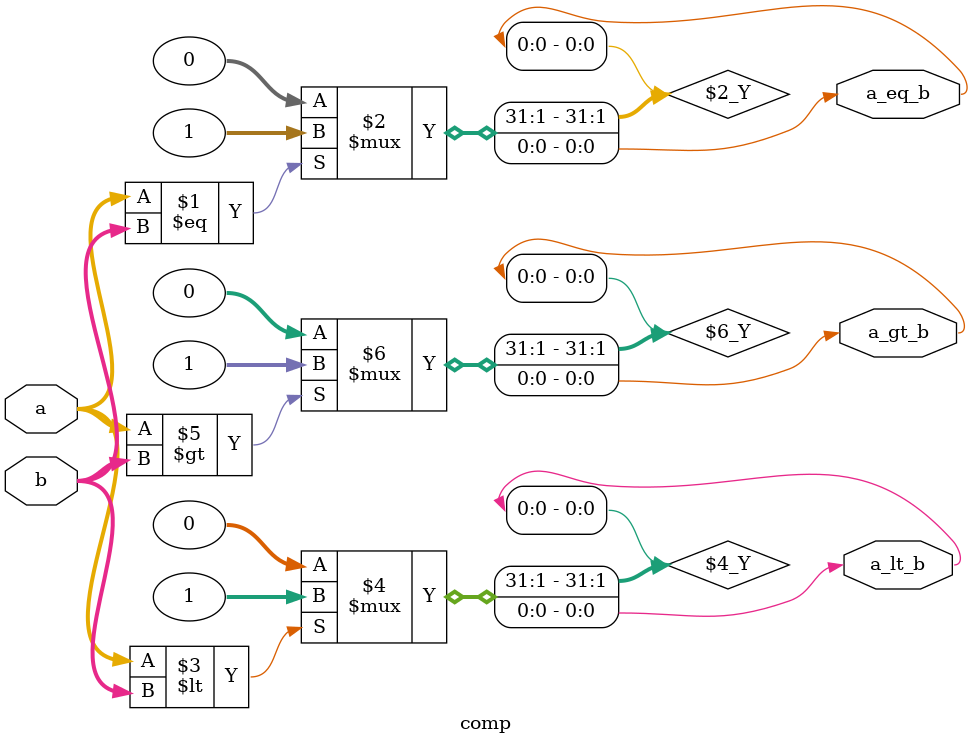
<source format=v>

module comp(
    input [15:0] a,
    input [15:0] b,
    output a_eq_b,
    output a_lt_b,
    output a_gt_b
    );
    assign a_eq_b=(a==b)? 1:0;
    assign a_lt_b=(a<b)? 1:0;
    assign a_gt_b=(a>b)? 1:0;
endmodule

</source>
